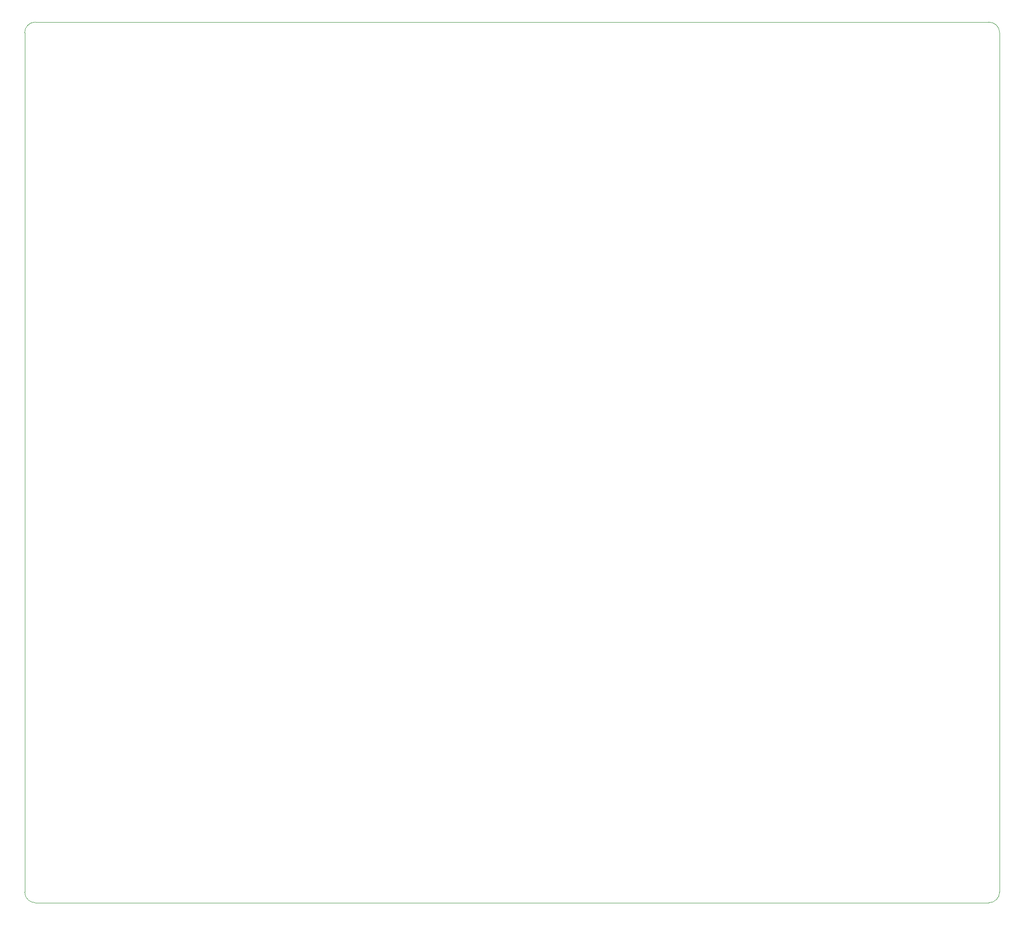
<source format=gko>
G75*
G70*
%OFA0B0*%
%FSLAX25Y25*%
%IPPOS*%
%LPD*%
%AMOC8*
5,1,8,0,0,1.08239X$1,22.5*
%
%ADD39C,0.00394*%
X0000000Y0000000D02*
%LPD*%
G01*
D39*
X0000000Y0641732D02*
G75*
G02*
X0007874Y0649606I0007874J0000000D01*
G01*
X0007874Y0000000D02*
G75*
G02*
X0000000Y0007874I0000000J0007874D01*
G01*
X0718504Y0641732D02*
X0718504Y0007874D01*
X0000000Y0641732D02*
X0000000Y0007874D01*
X0710630Y0000000D02*
X0007874Y0000000D01*
X0710630Y0649606D02*
X0007874Y0649606D01*
X0718504Y0007874D02*
G75*
G02*
X0710630Y0000000I-007874J0000000D01*
G01*
X0710630Y0649606D02*
G75*
G02*
X0718504Y0641732I0000000J-007874D01*
G01*
M02*

</source>
